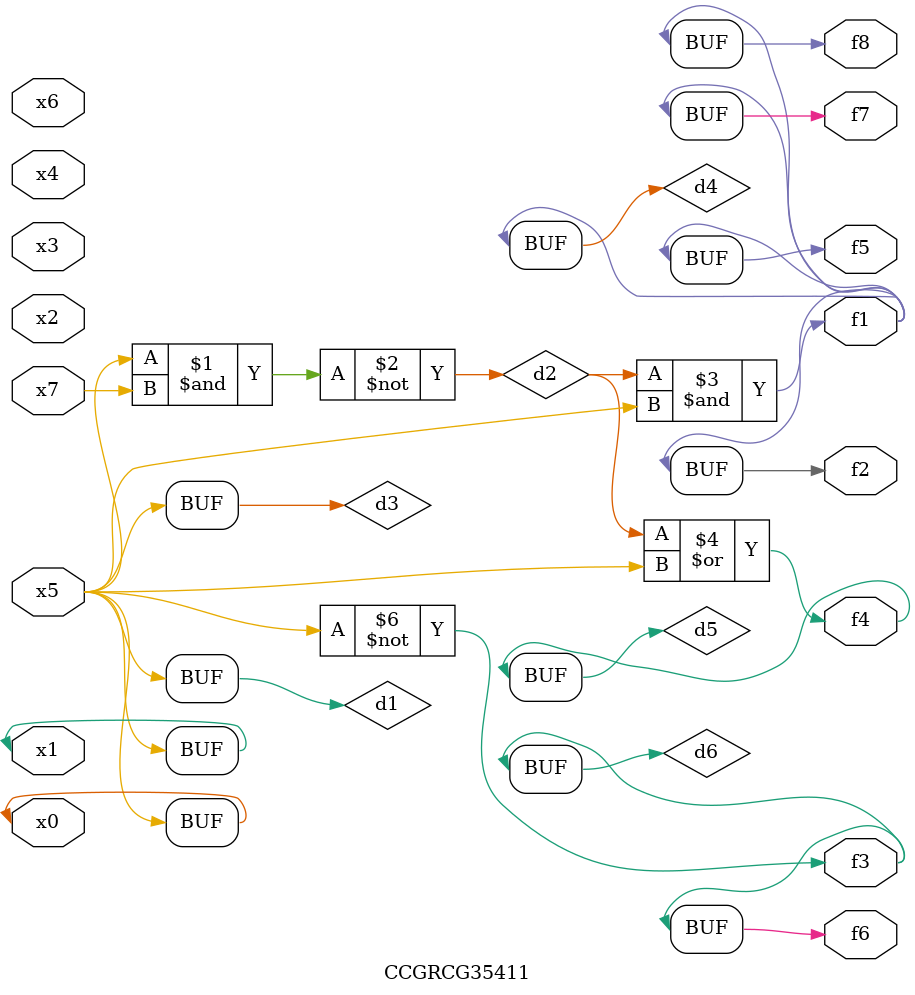
<source format=v>
module CCGRCG35411(
	input x0, x1, x2, x3, x4, x5, x6, x7,
	output f1, f2, f3, f4, f5, f6, f7, f8
);

	wire d1, d2, d3, d4, d5, d6;

	buf (d1, x0, x5);
	nand (d2, x5, x7);
	buf (d3, x0, x1);
	and (d4, d2, d3);
	or (d5, d2, d3);
	nor (d6, d1, d3);
	assign f1 = d4;
	assign f2 = d4;
	assign f3 = d6;
	assign f4 = d5;
	assign f5 = d4;
	assign f6 = d6;
	assign f7 = d4;
	assign f8 = d4;
endmodule

</source>
